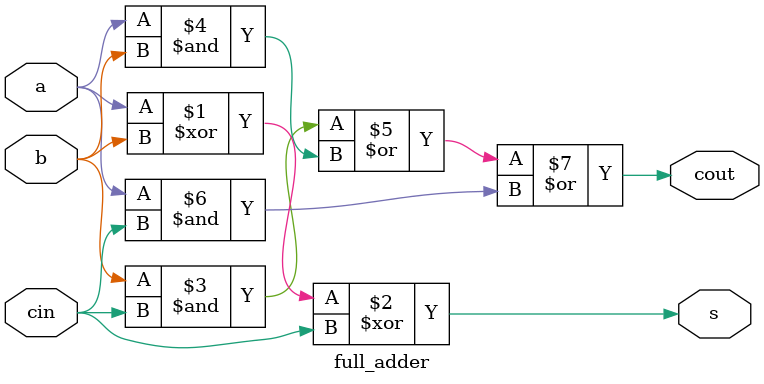
<source format=v>
`timescale 1ns / 1ps


module full_adder(
    input a,
    input b,
    input cin,
    output s,
    output cout
    );
    assign s = (a^b) ^ cin;
    assign cout = (b&cin)| (a&b) | (a&cin);
endmodule

</source>
